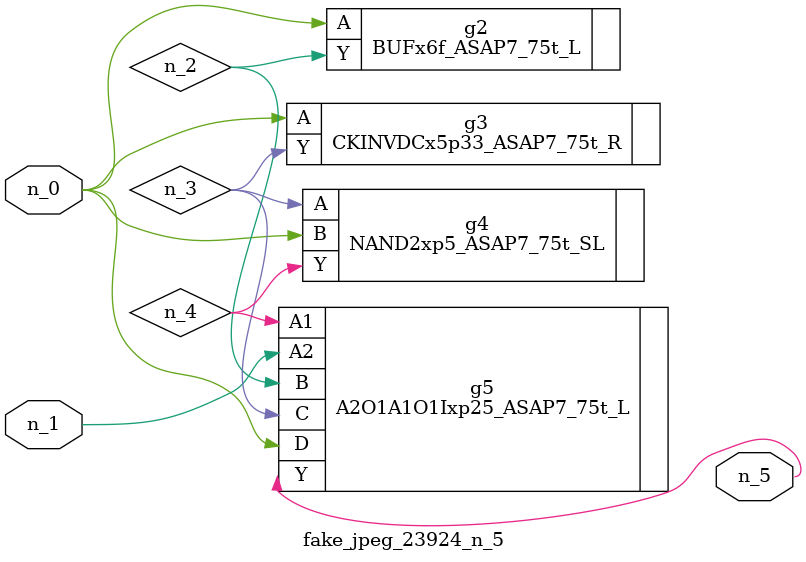
<source format=v>
module fake_jpeg_23924_n_5 (n_0, n_1, n_5);

input n_0;
input n_1;

output n_5;

wire n_2;
wire n_3;
wire n_4;

BUFx6f_ASAP7_75t_L g2 ( 
.A(n_0),
.Y(n_2)
);

CKINVDCx5p33_ASAP7_75t_R g3 ( 
.A(n_0),
.Y(n_3)
);

NAND2xp5_ASAP7_75t_SL g4 ( 
.A(n_3),
.B(n_0),
.Y(n_4)
);

A2O1A1O1Ixp25_ASAP7_75t_L g5 ( 
.A1(n_4),
.A2(n_1),
.B(n_2),
.C(n_3),
.D(n_0),
.Y(n_5)
);


endmodule
</source>
